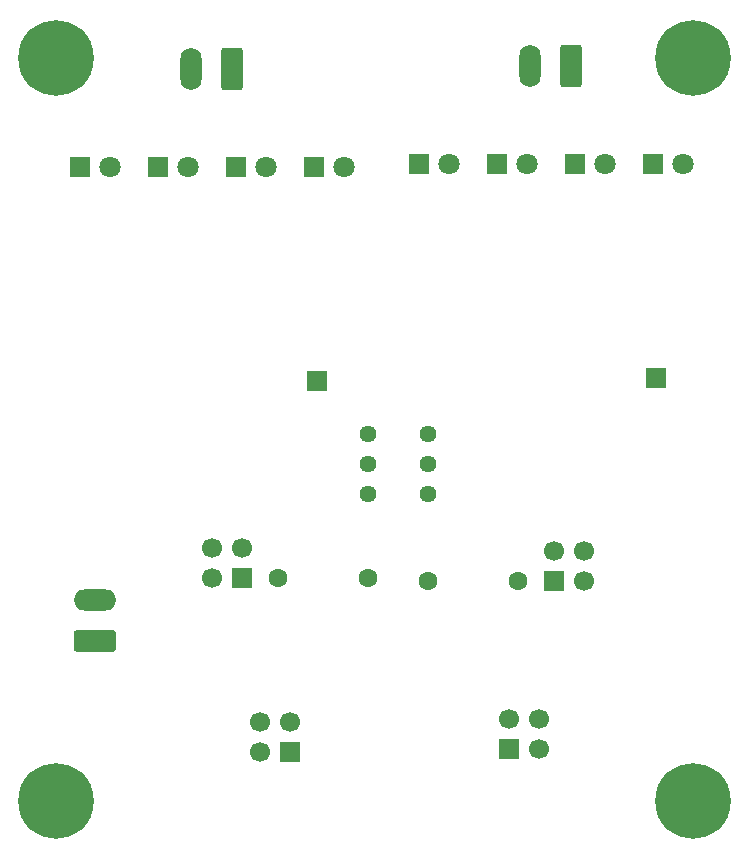
<source format=gbr>
%TF.GenerationSoftware,KiCad,Pcbnew,9.0.6*%
%TF.CreationDate,2026-01-06T23:31:54+01:00*%
%TF.ProjectId,uMule_transmiter,754d756c-655f-4747-9261-6e736d697465,rev?*%
%TF.SameCoordinates,Original*%
%TF.FileFunction,Soldermask,Bot*%
%TF.FilePolarity,Negative*%
%FSLAX46Y46*%
G04 Gerber Fmt 4.6, Leading zero omitted, Abs format (unit mm)*
G04 Created by KiCad (PCBNEW 9.0.6) date 2026-01-06 23:31:54*
%MOMM*%
%LPD*%
G01*
G04 APERTURE LIST*
G04 Aperture macros list*
%AMRoundRect*
0 Rectangle with rounded corners*
0 $1 Rounding radius*
0 $2 $3 $4 $5 $6 $7 $8 $9 X,Y pos of 4 corners*
0 Add a 4 corners polygon primitive as box body*
4,1,4,$2,$3,$4,$5,$6,$7,$8,$9,$2,$3,0*
0 Add four circle primitives for the rounded corners*
1,1,$1+$1,$2,$3*
1,1,$1+$1,$4,$5*
1,1,$1+$1,$6,$7*
1,1,$1+$1,$8,$9*
0 Add four rect primitives between the rounded corners*
20,1,$1+$1,$2,$3,$4,$5,0*
20,1,$1+$1,$4,$5,$6,$7,0*
20,1,$1+$1,$6,$7,$8,$9,0*
20,1,$1+$1,$8,$9,$2,$3,0*%
G04 Aperture macros list end*
%ADD10RoundRect,0.250000X1.550000X-0.650000X1.550000X0.650000X-1.550000X0.650000X-1.550000X-0.650000X0*%
%ADD11O,3.600000X1.800000*%
%ADD12C,0.800000*%
%ADD13C,6.400000*%
%ADD14C,1.440000*%
%ADD15R,1.700000X1.700000*%
%ADD16C,1.700000*%
%ADD17R,1.800000X1.800000*%
%ADD18C,1.800000*%
%ADD19C,1.600000*%
%ADD20RoundRect,0.250000X0.650000X1.550000X-0.650000X1.550000X-0.650000X-1.550000X0.650000X-1.550000X0*%
%ADD21O,1.800000X3.600000*%
G04 APERTURE END LIST*
D10*
%TO.C,J9*%
X133858000Y-123952000D03*
D11*
X133858000Y-120452000D03*
%TD*%
D12*
%TO.C,H1*%
X128100000Y-74620000D03*
X128802944Y-72922944D03*
X128802944Y-76317056D03*
X130500000Y-72220000D03*
D13*
X130500000Y-74620000D03*
D12*
X130500000Y-77020000D03*
X132197056Y-72922944D03*
X132197056Y-76317056D03*
X132900000Y-74620000D03*
%TD*%
D14*
%TO.C,RV2*%
X156972000Y-106426000D03*
X156972000Y-108966000D03*
X156972000Y-111506000D03*
%TD*%
D15*
%TO.C,J7*%
X168910000Y-133096000D03*
D16*
X168910000Y-130556000D03*
X171450000Y-133096000D03*
X171450000Y-130556000D03*
%TD*%
D17*
%TO.C,D10*%
X132588000Y-83820000D03*
D18*
X135128000Y-83820000D03*
%TD*%
D14*
%TO.C,RV1*%
X162052000Y-106426000D03*
X162052000Y-108966000D03*
X162052000Y-111506000D03*
%TD*%
D15*
%TO.C,J4*%
X152654000Y-101954500D03*
%TD*%
D19*
%TO.C,R16*%
X156972000Y-118618000D03*
X149352000Y-118618000D03*
%TD*%
D12*
%TO.C,H3*%
X182069126Y-137479126D03*
X182772070Y-135782070D03*
X182772070Y-139176182D03*
X184469126Y-135079126D03*
D13*
X184469126Y-137479126D03*
D12*
X184469126Y-139879126D03*
X186166182Y-135782070D03*
X186166182Y-139176182D03*
X186869126Y-137479126D03*
%TD*%
D17*
%TO.C,D7*%
X152400000Y-83820000D03*
D18*
X154940000Y-83820000D03*
%TD*%
D17*
%TO.C,D8*%
X145796000Y-83820000D03*
D18*
X148336000Y-83820000D03*
%TD*%
D20*
%TO.C,J3*%
X145422500Y-75557500D03*
D21*
X141922500Y-75557500D03*
%TD*%
D17*
%TO.C,D9*%
X139192000Y-83820000D03*
D18*
X141732000Y-83820000D03*
%TD*%
D15*
%TO.C,J6*%
X172720000Y-118872000D03*
D16*
X172720000Y-116332000D03*
X175260000Y-118872000D03*
X175260000Y-116332000D03*
%TD*%
D17*
%TO.C,D4*%
X167894000Y-83566000D03*
D18*
X170434000Y-83566000D03*
%TD*%
D17*
%TO.C,D2*%
X181102000Y-83566000D03*
D18*
X183642000Y-83566000D03*
%TD*%
D17*
%TO.C,D3*%
X174498000Y-83566000D03*
D18*
X177038000Y-83566000D03*
%TD*%
D15*
%TO.C,J2*%
X181356000Y-101700500D03*
%TD*%
D19*
%TO.C,R9*%
X162052000Y-118872000D03*
X169672000Y-118872000D03*
%TD*%
D12*
%TO.C,H2*%
X182060000Y-74620000D03*
X182762944Y-72922944D03*
X182762944Y-76317056D03*
X184460000Y-72220000D03*
D13*
X184460000Y-74620000D03*
D12*
X184460000Y-77020000D03*
X186157056Y-72922944D03*
X186157056Y-76317056D03*
X186860000Y-74620000D03*
%TD*%
%TO.C,H4*%
X128090874Y-137479126D03*
X128793818Y-135782070D03*
X128793818Y-139176182D03*
X130490874Y-135079126D03*
D13*
X130490874Y-137479126D03*
D12*
X130490874Y-139879126D03*
X132187930Y-135782070D03*
X132187930Y-139176182D03*
X132890874Y-137479126D03*
%TD*%
D20*
%TO.C,J1*%
X174124500Y-75303500D03*
D21*
X170624500Y-75303500D03*
%TD*%
D17*
%TO.C,D5*%
X161290000Y-83566000D03*
D18*
X163830000Y-83566000D03*
%TD*%
D15*
%TO.C,J5*%
X150368000Y-133350000D03*
D16*
X150368000Y-130810000D03*
X147828000Y-133350000D03*
X147828000Y-130810000D03*
%TD*%
D15*
%TO.C,J8*%
X146304000Y-118618000D03*
D16*
X146304000Y-116078000D03*
X143764000Y-118618000D03*
X143764000Y-116078000D03*
%TD*%
M02*

</source>
